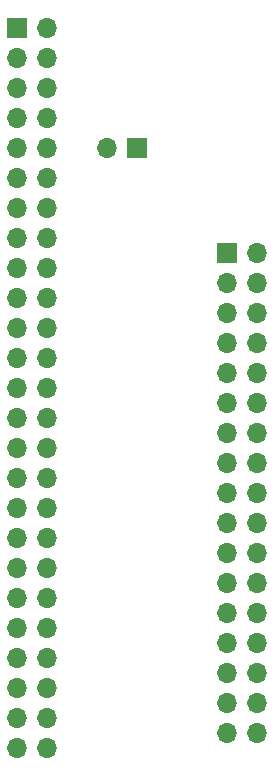
<source format=gbr>
%TF.GenerationSoftware,KiCad,Pcbnew,7.0.7-7.0.7~ubuntu22.04.1*%
%TF.CreationDate,2023-09-16T18:52:32-04:00*%
%TF.ProjectId,fd50to34,66643530-746f-4333-942e-6b696361645f,rev?*%
%TF.SameCoordinates,Original*%
%TF.FileFunction,Soldermask,Bot*%
%TF.FilePolarity,Negative*%
%FSLAX46Y46*%
G04 Gerber Fmt 4.6, Leading zero omitted, Abs format (unit mm)*
G04 Created by KiCad (PCBNEW 7.0.7-7.0.7~ubuntu22.04.1) date 2023-09-16 18:52:32*
%MOMM*%
%LPD*%
G01*
G04 APERTURE LIST*
%ADD10R,1.700000X1.700000*%
%ADD11O,1.700000X1.700000*%
G04 APERTURE END LIST*
D10*
%TO.C,J1*%
X0Y0D03*
D11*
X2540000Y0D03*
X0Y-2540000D03*
X2540000Y-2540000D03*
X0Y-5080000D03*
X2540000Y-5080000D03*
X0Y-7620000D03*
X2540000Y-7620000D03*
X0Y-10160000D03*
X2540000Y-10160000D03*
X0Y-12700000D03*
X2540000Y-12700000D03*
X0Y-15240000D03*
X2540000Y-15240000D03*
X0Y-17780000D03*
X2540000Y-17780000D03*
X0Y-20320000D03*
X2540000Y-20320000D03*
X0Y-22860000D03*
X2540000Y-22860000D03*
X0Y-25400000D03*
X2540000Y-25400000D03*
X0Y-27940000D03*
X2540000Y-27940000D03*
X0Y-30480000D03*
X2540000Y-30480000D03*
X0Y-33020000D03*
X2540000Y-33020000D03*
X0Y-35560000D03*
X2540000Y-35560000D03*
X0Y-38100000D03*
X2540000Y-38100000D03*
X0Y-40640000D03*
X2540000Y-40640000D03*
X0Y-43180000D03*
X2540000Y-43180000D03*
X0Y-45720000D03*
X2540000Y-45720000D03*
X0Y-48260000D03*
X2540000Y-48260000D03*
X0Y-50800000D03*
X2540000Y-50800000D03*
X0Y-53340000D03*
X2540000Y-53340000D03*
X0Y-55880000D03*
X2540000Y-55880000D03*
X0Y-58420000D03*
X2540000Y-58420000D03*
X0Y-60960000D03*
X2540000Y-60960000D03*
%TD*%
D10*
%TO.C,J2*%
X17780000Y-19050000D03*
D11*
X20320000Y-19050000D03*
X17780000Y-21590000D03*
X20320000Y-21590000D03*
X17780000Y-24130000D03*
X20320000Y-24130000D03*
X17780000Y-26670000D03*
X20320000Y-26670000D03*
X17780000Y-29210000D03*
X20320000Y-29210000D03*
X17780000Y-31750000D03*
X20320000Y-31750000D03*
X17780000Y-34290000D03*
X20320000Y-34290000D03*
X17780000Y-36830000D03*
X20320000Y-36830000D03*
X17780000Y-39370000D03*
X20320000Y-39370000D03*
X17780000Y-41910000D03*
X20320000Y-41910000D03*
X17780000Y-44450000D03*
X20320000Y-44450000D03*
X17780000Y-46990000D03*
X20320000Y-46990000D03*
X17780000Y-49530000D03*
X20320000Y-49530000D03*
X17780000Y-52070000D03*
X20320000Y-52070000D03*
X17780000Y-54610000D03*
X20320000Y-54610000D03*
X17780000Y-57150000D03*
X20320000Y-57150000D03*
X17780000Y-59690000D03*
X20320000Y-59690000D03*
%TD*%
D10*
%TO.C,J3*%
X10160000Y-10160000D03*
D11*
X7620000Y-10160000D03*
%TD*%
M02*

</source>
